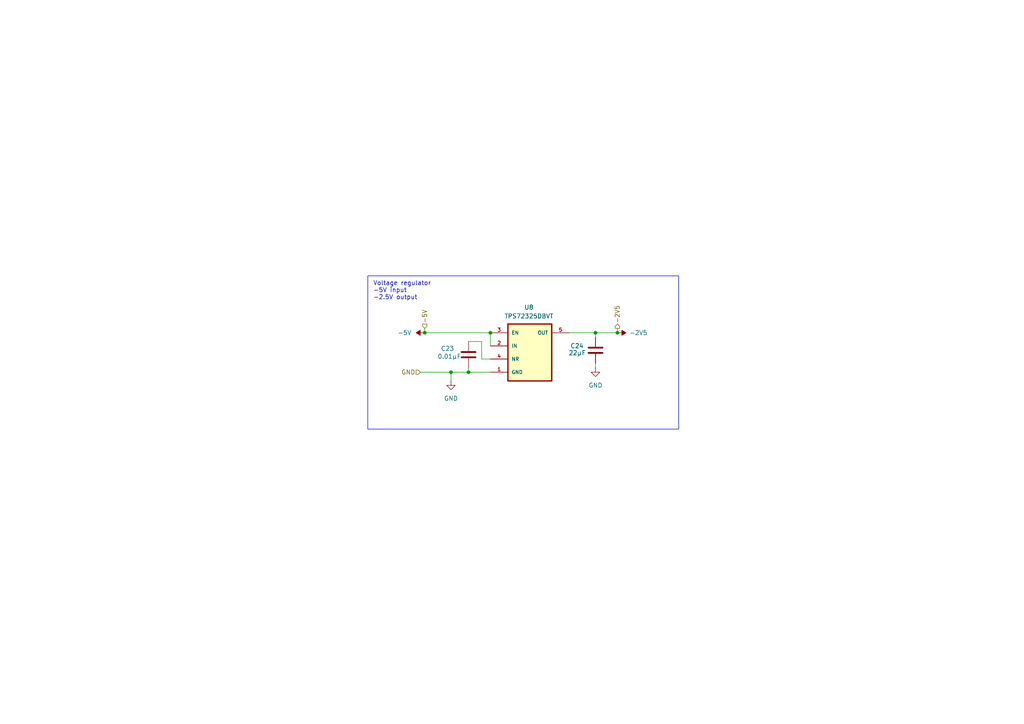
<source format=kicad_sch>
(kicad_sch (version 20231120) (generator "eeschema") (generator_version "8.0")
  (paper "A4")
  (lib_symbols
    (symbol "Device:C" (pin_numbers hide) (pin_names (offset 0.254))
      (property "Reference" "C" (at 0.635 2.54 0))
      (property "Value" "C" (at 0.635 -2.54 0))
      (symbol "C_0_1"
        (polyline (pts (xy -2.032 -0.762) (xy 2.032 -0.762)) (stroke (width 0.508)))
        (polyline (pts (xy -2.032 0.762) (xy 2.032 0.762)) (stroke (width 0.508)))
      )
      (symbol "C_1_1"
        (pin passive line (at 0 3.81 270) (length 2.794) (name "~") (number "1"))
        (pin passive line (at 0 -3.81 90) (length 2.794) (name "~") (number "2"))
      )
    )
    (symbol "custom_lib:TPS72325DBVT" (pin_names (offset 1.016))
      (property "Reference" "U" (at -5.7724 11.9262 0))
      (property "Value" "TPS72325DBVT" (at -2.8243 -18.676 0))
      (symbol "TPS72325DBVT_0_0"
        (rectangle (start -12.7 10.16) (end 0 -6.35) (stroke (width 0.4064)) (fill (type background)))
        (pin passive line (at -17.78 -3.81 0) (length 5.08) (name "GND") (number "1"))
        (pin power_in line (at -17.78 3.81 0) (length 5.08) (name "IN") (number "2"))
        (pin input line (at -17.78 7.62 0) (length 5.08) (name "EN") (number "3"))
        (pin passive line (at -17.78 0 0) (length 5.08) (name "NR") (number "4"))
        (pin output line (at 5.08 7.62 180) (length 5.08) (name "OUT") (number "5"))
      )
    )
    (symbol "power:-2V5" (power) (pin_numbers hide) (pin_names (offset 0) hide)
      (property "Value" "-2V5" (at 0 3.556 0))
      (symbol "-2V5_0_0"
        (pin power_in line (at 0 0 90) (length 0) (name "~") (number "1"))
      )
      (symbol "-2V5_0_1"
        (polyline (pts (xy 0 0) (xy 0 1.27) (xy 0.762 1.27) (xy 0 2.54) (xy -0.762 1.27) (xy 0 1.27)) (fill (type outline)))
      )
    )
    (symbol "power:-5V" (power) (pin_numbers hide) (pin_names (offset 0) hide)
      (property "Value" "-5V" (at 0 3.556 0))
      (symbol "-5V_0_0"
        (pin power_in line (at 0 0 90) (length 0) (name "~") (number "1"))
      )
      (symbol "-5V_0_1"
        (polyline (pts (xy 0 0) (xy 0 1.27) (xy 0.762 1.27) (xy 0 2.54) (xy -0.762 1.27) (xy 0 1.27)) (fill (type outline)))
      )
    )
    (symbol "power:GND" (power) (pin_numbers hide) (pin_names (offset 0) hide)
      (property "Value" "GND" (at 0 -3.81 0))
      (symbol "GND_0_1"
        (polyline (pts (xy 0 0) (xy 0 -1.27) (xy 1.27 -1.27) (xy 0 -2.54) (xy -1.27 -1.27) (xy 0 -1.27)))
      )
      (symbol "GND_1_1"
        (pin power_in line (at 0 0 270) (length 0) (name "~") (number "1"))
      )
    )
  )
  (junction (at 130.81 107.95))
  (junction (at 142.24 96.52))
  (junction (at 135.89 107.95))
  (junction (at 179.07 96.52))
  (junction (at 123.19 96.52))
  (junction (at 172.72 96.52))
  (wire (pts (xy 123.19 95.25) (xy 123.19 96.52)))
  (wire (pts (xy 139.7 99.06) (xy 135.89 99.06)))
  (wire (pts (xy 172.72 105.41) (xy 172.72 106.68)))
  (wire (pts (xy 130.81 107.95) (xy 135.89 107.95)))
  (wire (pts (xy 142.24 96.52) (xy 142.24 100.33)))
  (wire (pts (xy 139.7 104.14) (xy 142.24 104.14)))
  (wire (pts (xy 139.7 104.14) (xy 139.7 99.06)))
  (wire (pts (xy 130.81 110.49) (xy 130.81 107.95)))
  (wire (pts (xy 135.89 107.95) (xy 142.24 107.95)))
  (wire (pts (xy 123.19 96.52) (xy 142.24 96.52)))
  (wire (pts (xy 165.1 96.52) (xy 172.72 96.52)))
  (wire (pts (xy 121.92 107.95) (xy 130.81 107.95)))
  (wire (pts (xy 172.72 96.52) (xy 172.72 97.79)))
  (wire (pts (xy 135.89 106.68) (xy 135.89 107.95)))
  (wire (pts (xy 172.72 96.52) (xy 179.07 96.52)))
  (wire (pts (xy 179.07 95.25) (xy 179.07 96.52)))
  (rectangle (start 106.68 80.01) (end 196.85 124.46))
  (text "Voltage regulator\n-5V input\n-2.5V output" (at 108.204 81.534 0) (effects (font (size 1.27 1.27)) (justify left top)))
  (hierarchical_label "-2V5" (shape output) (at 179.07 95.25 90))
  (hierarchical_label "GND" (shape input) (at 121.92 107.95 180))
  (hierarchical_label "-5V" (shape input) (at 123.19 95.25 90))
  (symbol (lib_id "power:GND") (at 172.72 106.68 0) (unit 1)
    (property "Reference" "#PWR027" (effects (hide yes)))
    (property "Value" "GND" (at 172.72 111.76 0))
    (property "Description" "Power symbol creates a global label with name \"GND\" , ground" (effects (hide yes)))
  )
  (symbol (lib_id "power:-5V") (at 123.19 96.52 90) (unit 1)
    (property "Reference" "#PWR019" (effects (hide yes)))
    (property "Value" "-5V" (at 119.38 96.5199 90) (effects (justify left)))
    (property "Description" "Power symbol creates a global label with name \"-5V\"" (effects (hide yes)))
  )
  (symbol (lib_id "power:-2V5") (at 179.07 96.52 270) (unit 1)
    (property "Reference" "#PWR028" (effects (hide yes)))
    (property "Value" "-2V5" (at 185.166 96.52 90))
    (property "Description" "Power symbol creates a global label with name \"-2V5\"" (effects (hide yes)))
  )
  (symbol (lib_id "Device:C") (at 172.72 101.6 180) (unit 1)
    (property "Reference" "C24" (at 167.386 100.33 0))
    (property "Value" "22µF " (at 167.894 102.362 0))
    (property "Footprint" "Capacitor_SMD:C_0603_1608Metric_Pad1.08x0.95mm_HandSolder" (effects (hide yes)))
    (property "Description" "Unpolarized capacitor" (effects (hide yes)))
  )
  (symbol (lib_id "Device:C") (at 135.89 102.87 180) (unit 1)
    (property "Reference" "C23" (at 129.794 101.092 0))
    (property "Value" "0.01µF " (at 130.81 103.378 0))
    (property "Footprint" "Capacitor_SMD:C_0603_1608Metric_Pad1.08x0.95mm_HandSolder" (effects (hide yes)))
    (property "Description" "Unpolarized capacitor" (effects (hide yes)))
  )
  (symbol (lib_id "power:GND") (at 130.81 110.49 0) (unit 1)
    (property "Reference" "#PWR020" (effects (hide yes)))
    (property "Value" "GND" (at 130.81 115.57 0))
    (property "Description" "Power symbol creates a global label with name \"GND\" , ground" (effects (hide yes)))
  )
  (symbol (lib_id "custom_lib:TPS72325DBVT") (at 160.02 104.14 0) (unit 1)
    (property "Reference" "U8" (at 153.416 89.154 0))
    (property "Value" "TPS72325DBVT" (at 153.416 91.694 0))
    (property "Footprint" "CustomLib:72325" (effects (hide yes)))
    (property "MF" "Texas Instruments" (effects (hide yes)))
    (property "Description_1" "\n200-mA, negative, adjustable low-dropout voltage regulator with enable\n" (effects (hide yes)))
    (property "PACKAGE" "SOT-23-5" (effects (hide yes)))
    (property "MPN" "TPS72325DBVT" (effects (hide yes)))
    (property "Price" "None" (effects (hide yes)))
    (property "Package" "SOT-23-5 Texas Instruments" (effects (hide yes)))
    (property "OC_FARNELL" "-" (effects (hide yes)))
    (property "SnapEDA_Link" "https://www.snapeda.com/parts/TPS72325DBVT/Texas+Instruments/view-part/?ref=snap" (effects (hide yes)))
    (property "MP" "TPS72325DBVT" (effects (hide yes)))
    (property "Purchase-URL" "https://www.snapeda.com/api/url_track_click_mouser/?unipart_id=46470&manufacturer=Texas Instruments&part_name=TPS72325DBVT&search_term=tps72325dbvt" (effects (hide yes)))
    (property "SUPPLIER" "Texas Instruments" (effects (hide yes)))
    (property "OC_NEWARK" "87H2933" (effects (hide yes)))
    (property "Availability" "In Stock" (effects (hide yes)))
    (property "Check_prices" "https://www.snapeda.com/parts/TPS72325DBVT/Texas+Instruments/view-part/?ref=eda" (effects (hide yes)))
  )
)
</source>
